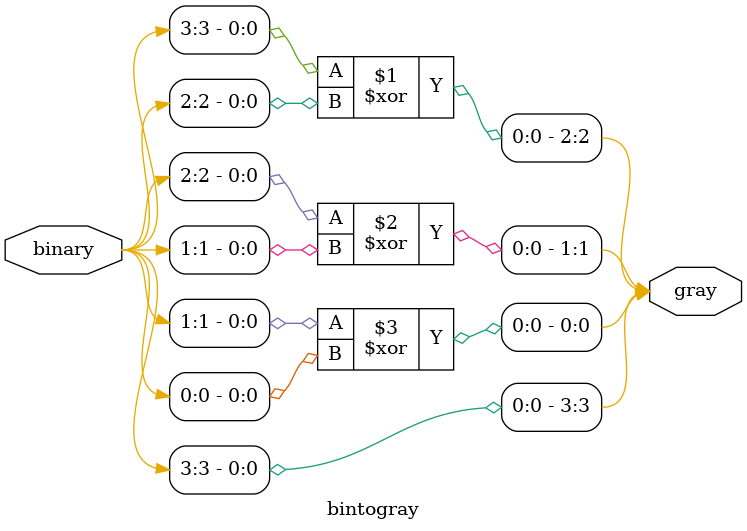
<source format=v>
module bintogray (
  input [3:0] binary, 
  output [3:0] gray    
);

genvar i;


assign gray[3] = binary[3];

generate
  for (i = 2; i >= 0; i = i - 1) begin : gen_gray
    assign gray[i] = binary[i + 1] ^ binary[i];
  end
endgenerate

endmodule

</source>
